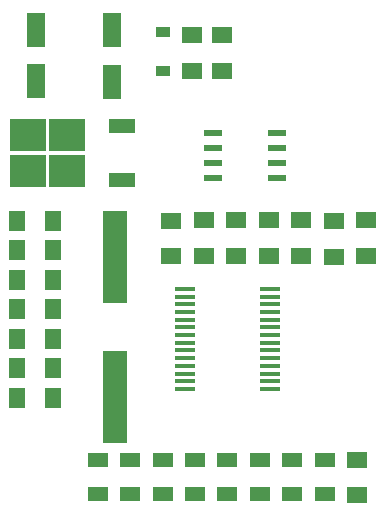
<source format=gbr>
%TF.GenerationSoftware,KiCad,Pcbnew,(5.0.0)*%
%TF.CreationDate,2018-11-18T02:02:32+05:00*%
%TF.ProjectId,Dev Board,44657620426F6172642E6B696361645F,rev?*%
%TF.SameCoordinates,Original*%
%TF.FileFunction,Paste,Top*%
%TF.FilePolarity,Positive*%
%FSLAX46Y46*%
G04 Gerber Fmt 4.6, Leading zero omitted, Abs format (unit mm)*
G04 Created by KiCad (PCBNEW (5.0.0)) date 11/18/18 02:02:32*
%MOMM*%
%LPD*%
G01*
G04 APERTURE LIST*
%ADD10R,1.395000X1.800000*%
%ADD11R,1.800000X1.395000*%
%ADD12R,1.600000X3.000000*%
%ADD13R,1.200000X0.900000*%
%ADD14R,1.550000X0.600000*%
%ADD15R,1.750000X0.450000*%
%ADD16R,2.200000X1.200000*%
%ADD17R,3.050000X2.750000*%
%ADD18R,2.000000X7.875000*%
%ADD19R,1.800000X1.220000*%
G04 APERTURE END LIST*
D10*
X100250000Y-92500000D03*
X97215000Y-92500000D03*
D11*
X113000000Y-93000000D03*
X113000000Y-89965000D03*
D10*
X100250000Y-100000000D03*
X97215000Y-100000000D03*
X97215000Y-102500000D03*
X100250000Y-102500000D03*
D11*
X121250000Y-93000000D03*
X121250000Y-89965000D03*
D10*
X100250000Y-105000000D03*
X97215000Y-105000000D03*
D11*
X124000000Y-90000000D03*
X124000000Y-93035000D03*
D10*
X97215000Y-97500000D03*
X100250000Y-97500000D03*
X97215000Y-90000000D03*
X100250000Y-90000000D03*
D11*
X112000000Y-77285000D03*
X112000000Y-74250000D03*
D12*
X105250000Y-78250000D03*
X105250000Y-73850000D03*
D11*
X114500000Y-77285000D03*
X114500000Y-74250000D03*
D12*
X98750000Y-73800000D03*
X98750000Y-78200000D03*
D13*
X109500000Y-74000000D03*
X109500000Y-77300000D03*
D11*
X126750000Y-89965000D03*
X126750000Y-93000000D03*
X110250000Y-89982500D03*
X110250000Y-93017500D03*
X118500000Y-89965000D03*
X118500000Y-93000000D03*
X115750000Y-93000000D03*
X115750000Y-89965000D03*
D10*
X100250000Y-95000000D03*
X97215000Y-95000000D03*
D14*
X113800000Y-82595000D03*
X113800000Y-83865000D03*
X113800000Y-85135000D03*
X113800000Y-86405000D03*
X119200000Y-86405000D03*
X119200000Y-85135000D03*
X119200000Y-83865000D03*
X119200000Y-82595000D03*
D15*
X111400000Y-95775000D03*
X111400000Y-96425000D03*
X111400000Y-97075000D03*
X111400000Y-97725000D03*
X111400000Y-98375000D03*
X111400000Y-99025000D03*
X111400000Y-99675000D03*
X111400000Y-100325000D03*
X111400000Y-100975000D03*
X111400000Y-101625000D03*
X111400000Y-102275000D03*
X111400000Y-102925000D03*
X111400000Y-103575000D03*
X111400000Y-104225000D03*
X118600000Y-104225000D03*
X118600000Y-103575000D03*
X118600000Y-102925000D03*
X118600000Y-102275000D03*
X118600000Y-101625000D03*
X118600000Y-100975000D03*
X118600000Y-100325000D03*
X118600000Y-99675000D03*
X118600000Y-99025000D03*
X118600000Y-98375000D03*
X118600000Y-97725000D03*
X118600000Y-97075000D03*
X118600000Y-96425000D03*
X118600000Y-95775000D03*
D16*
X106050000Y-86530000D03*
X106050000Y-81970000D03*
D17*
X98075000Y-82725000D03*
X101425000Y-85775000D03*
X98075000Y-85775000D03*
X101425000Y-82725000D03*
D18*
X105500000Y-93062500D03*
X105500000Y-104937500D03*
D19*
X123250000Y-110250000D03*
X123250000Y-113110000D03*
X120500000Y-113110000D03*
X120500000Y-110250000D03*
X117750000Y-110250000D03*
X117750000Y-113110000D03*
X115000000Y-113110000D03*
X115000000Y-110250000D03*
X112250000Y-113110000D03*
X112250000Y-110250000D03*
X109500000Y-110250000D03*
X109500000Y-113110000D03*
X106750000Y-113110000D03*
X106750000Y-110250000D03*
X104000000Y-110250000D03*
X104000000Y-113110000D03*
D11*
X126000000Y-110215000D03*
X126000000Y-113250000D03*
M02*

</source>
